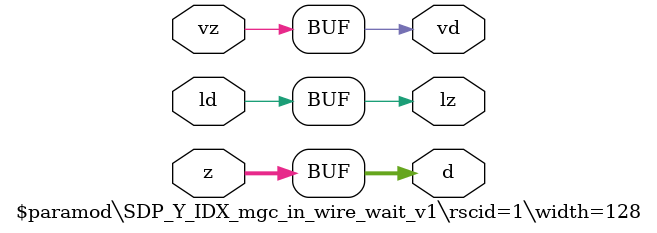
<source format=v>
module \$paramod\SDP_Y_IDX_mgc_in_wire_wait_v1\rscid=1\width=128 (ld, vd, d, lz, vz, z);
  (* src = "./vmod/nvdla/sdp/NV_NVDLA_SDP_CORE_Y_idx.v:14" *)
  output [127:0] d;
  (* src = "./vmod/nvdla/sdp/NV_NVDLA_SDP_CORE_Y_idx.v:12" *)
  input ld;
  (* src = "./vmod/nvdla/sdp/NV_NVDLA_SDP_CORE_Y_idx.v:15" *)
  output lz;
  (* src = "./vmod/nvdla/sdp/NV_NVDLA_SDP_CORE_Y_idx.v:13" *)
  output vd;
  (* src = "./vmod/nvdla/sdp/NV_NVDLA_SDP_CORE_Y_idx.v:16" *)
  input vz;
  (* src = "./vmod/nvdla/sdp/NV_NVDLA_SDP_CORE_Y_idx.v:17" *)
  input [127:0] z;
  assign d = z;
  assign lz = ld;
  assign vd = vz;
endmodule

</source>
